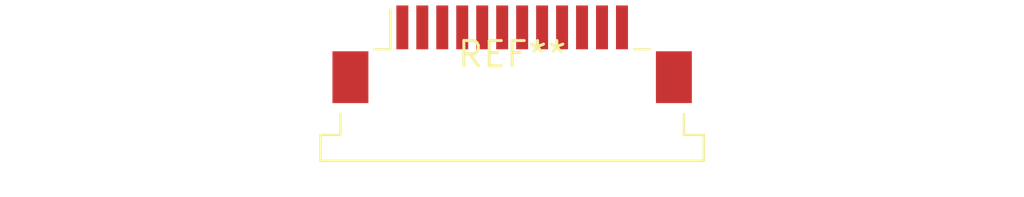
<source format=kicad_pcb>
(kicad_pcb (version 20240108) (generator pcbnew)
  (layers (0 "F.Cu" signal) (31 "B.Cu" signal) (34 "B.Paste" user) (35 "F.Paste" user) (36 "B.SilkS" user "B.Silkscreen") (37 "F.SilkS" user "F.Silkscreen") (38 "B.Mask" user) (39 "F.Mask" user) (44 "Edge.Cuts" user))
  (net 0 "")
  (footprint "Wuerth_68611214422_1x12-1MP_P1.0mm_Horizontal" (layer "F.Cu") (at 0 0)
    (property "Reference" "REF**")
    (property "Value" "Wuerth_68611214422_1x12-1MP_P1.0mm_Horizontal")
    (fp_line (start -9.6 4.05) (end -8.6 4.05) (layer "F.SilkS") (stroke (width 0.12)))
    (fp_line (start -9.6 5.35) (end -9.6 4.05) (layer "F.SilkS") (stroke (width 0.12)))
    (fp_line (start -8.6 4.05) (end -8.6 3) (layer "F.SilkS") (stroke (width 0.12)))
    (fp_line (start -6.9 -0.25) (end -6.1 -0.25) (layer "F.SilkS") (stroke (width 0.12)))
    (fp_line (start -6.1 -0.25) (end -6.1 -2.25) (layer "F.SilkS") (stroke (width 0.12)))
    (fp_line (start 6.1 -0.25) (end 6.9 -0.25) (layer "F.SilkS") (stroke (width 0.12)))
    (fp_line (start 8.6 3) (end 8.6 4.05) (layer "F.SilkS") (stroke (width 0.12)))
    (fp_line (start 8.6 4.05) (end 9.6 4.05) (layer "F.SilkS") (stroke (width 0.12)))
    (fp_line (start 9.6 4.05) (end 9.6 5.35) (layer "F.SilkS") (stroke (width 0.12)))
    (fp_line (start 9.6 5.35) (end -9.6 5.35) (layer "F.SilkS") (stroke (width 0.12)))
    (pad "1" smd rect (at -5.5 -1.35) (size 0.6 2.2) (layers "F.Cu" "F.Paste" "F.Mask"))
    (pad "2" smd rect (at -4.5 -1.35) (size 0.6 2.2) (layers "F.Cu" "F.Paste" "F.Mask"))
    (pad "3" smd rect (at -3.5 -1.35) (size 0.6 2.2) (layers "F.Cu" "F.Paste" "F.Mask"))
    (pad "4" smd rect (at -2.5 -1.35) (size 0.6 2.2) (layers "F.Cu" "F.Paste" "F.Mask"))
    (pad "5" smd rect (at -1.5 -1.35) (size 0.6 2.2) (layers "F.Cu" "F.Paste" "F.Mask"))
    (pad "6" smd rect (at -0.5 -1.35) (size 0.6 2.2) (layers "F.Cu" "F.Paste" "F.Mask"))
    (pad "7" smd rect (at 0.5 -1.35) (size 0.6 2.2) (layers "F.Cu" "F.Paste" "F.Mask"))
    (pad "8" smd rect (at 1.5 -1.35) (size 0.6 2.2) (layers "F.Cu" "F.Paste" "F.Mask"))
    (pad "9" smd rect (at 2.5 -1.35) (size 0.6 2.2) (layers "F.Cu" "F.Paste" "F.Mask"))
    (pad "10" smd rect (at 3.5 -1.35) (size 0.6 2.2) (layers "F.Cu" "F.Paste" "F.Mask"))
    (pad "11" smd rect (at 4.5 -1.35) (size 0.6 2.2) (layers "F.Cu" "F.Paste" "F.Mask"))
    (pad "12" smd rect (at 5.5 -1.35) (size 0.6 2.2) (layers "F.Cu" "F.Paste" "F.Mask"))
    (pad "MP" smd rect (at -8.1 1.15) (size 1.8 2.6) (layers "F.Cu" "F.Paste" "F.Mask"))
    (pad "MP" smd rect (at 8.1 1.15) (size 1.8 2.6) (layers "F.Cu" "F.Paste" "F.Mask"))
  )
)
</source>
